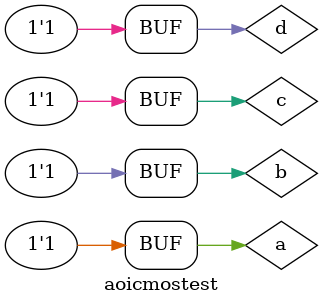
<source format=v>
`timescale 1ns / 1ps


module aoicmostest;

	// Inputs
	reg a;
	reg b;
	reg c;
	reg d;

	// Outputs
	wire f53;

	// Instantiate the Unit Under Test (UUT)
	aoicmos uut (
		.a(a), 
		.b(b), 
		.c(c), 
		.d(d), 
		.f53(f53)
	);

	initial begin
		// Initialize Inputs
			 a = 0;b = 0;c = 0;d = 0;
		#10 a = 0;b = 0;c = 0;d = 1;
		#10 a = 0;b = 0;c = 1;d = 0;
		#10 a = 0;b = 0;c = 1;d = 1;
		#10 a = 0;b = 1;c = 0;d = 0;
		#10 a = 0;b = 1;c = 0;d = 1;
		#10 a = 0;b = 1;c = 1;d = 0;
		#10 a = 0;b = 1;c = 1;d = 1;
		#10 a = 1;b = 0;c = 0;d = 0;
		#10 a = 1;b = 0;c = 0;d = 1;
		#10 a = 1;b = 0;c = 1;d = 0;
		#10 a = 1;b = 0;c = 1;d = 1;
		#10 a = 1;b = 1;c = 0;d = 0;
		#10 a = 1;b = 1;c = 0;d = 1;
		#10 a = 1;b = 1;c = 1;d = 0;
		#10 a = 1;b = 1;c = 1;d = 1;
		
		
        
		// Add stimulus here

	end
      
endmodule


</source>
